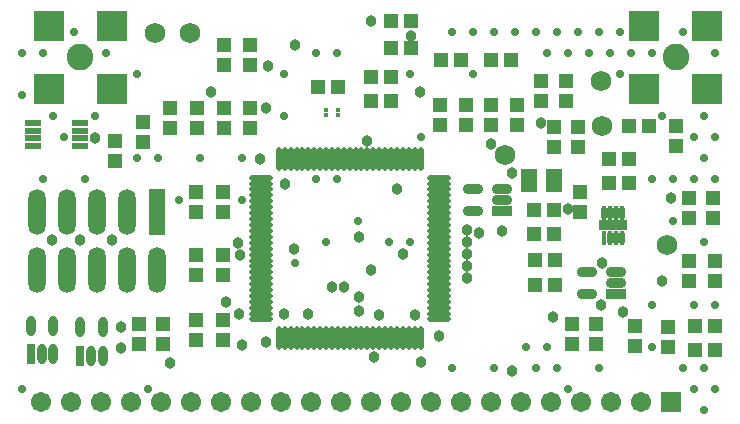
<source format=gts>
%FSTAX23Y23*%
%MOIN*%
%SFA1B1*%

%IPPOS*%
%ADD40R,0.047362X0.051299*%
%ADD41R,0.051299X0.047362*%
%ADD42R,0.057992X0.152874*%
%ADD43O,0.057992X0.152874*%
%ADD44O,0.067047X0.035551*%
%ADD45R,0.067047X0.035551*%
%ADD46O,0.019803X0.078858*%
%ADD47O,0.078858X0.019803*%
%ADD48R,0.055236X0.021772*%
%ADD49C,0.088701*%
%ADD50R,0.104055X0.104055*%
%ADD51R,0.031614X0.067047*%
%ADD52O,0.031614X0.067047*%
%ADD53R,0.053268X0.025709*%
%ADD54C,0.017835*%
%ADD55R,0.094606X0.032008*%
%ADD56R,0.017835X0.047362*%
%ADD57O,0.017835X0.047362*%
%ADD58C,0.037992*%
%ADD59C,0.067992*%
%ADD60R,0.067047X0.067047*%
%ADD61C,0.067047*%
%ADD62C,0.027992*%
%LNbackscatter_tag_pcb-1*%
%LPD*%
G54D40*
X0381Y03195D03*
Y03128D03*
X02665Y02825D03*
Y02758D03*
X02575Y0255D03*
Y02616D03*
X02755Y03106D03*
Y0304D03*
X0422Y02595D03*
Y02528D03*
X04305Y02596D03*
Y0253D03*
X0267Y03106D03*
Y0304D03*
X0339Y03115D03*
Y03048D03*
X02305Y02928D03*
Y02995D03*
X0356Y03115D03*
Y03048D03*
X02575Y02825D03*
Y02758D03*
X043Y02738D03*
Y02805D03*
X03645Y03115D03*
Y03048D03*
X0258Y03105D03*
Y03038D03*
X02665Y0255D03*
Y02616D03*
X03475Y03115D03*
Y03048D03*
X0249Y03106D03*
Y0304D03*
X03725Y03195D03*
Y03128D03*
X02755Y03315D03*
Y03248D03*
X0267Y03315D03*
Y03248D03*
X0422Y02738D03*
Y02805D03*
X0383Y0232D03*
Y02386D03*
X0391Y0232D03*
Y02386D03*
X0404Y02313D03*
Y0238D03*
X024Y0306D03*
Y02993D03*
X02465Y02318D03*
Y02385D03*
X0415Y0231D03*
Y02376D03*
X02385Y02318D03*
Y02385D03*
X02665Y02333D03*
Y024D03*
X02575Y02333D03*
Y024D03*
X03855Y02825D03*
Y02758D03*
X04175Y02978D03*
Y03045D03*
X0385Y02975D03*
Y03041D03*
X0377Y02975D03*
Y03041D03*
G54D41*
X04305Y0238D03*
X04238D03*
X03225Y0313D03*
X03158D03*
X03225Y0321D03*
X03158D03*
X03626Y03265D03*
X0356D03*
X03393D03*
X0346D03*
X04306Y023D03*
X0424D03*
X03291Y03305D03*
X03225D03*
Y03395D03*
X03291D03*
X02983Y03175D03*
X0305D03*
X04018Y03045D03*
X04085D03*
X03703Y02765D03*
X0377D03*
X03703Y02685D03*
X0377D03*
X03953Y02935D03*
X0402D03*
X03953Y02855D03*
X0402D03*
X03705Y026D03*
X03771D03*
X03705Y02515D03*
X03771D03*
G54D42*
X02445Y02759D03*
G54D43*
X02345Y02759D03*
X02245D03*
X02145D03*
X02045D03*
X02445Y02565D03*
X02345D03*
X02245D03*
X02145D03*
X02045D03*
G54D44*
X0388Y02559D03*
Y02485D03*
X03974Y02559D03*
Y02522D03*
X035Y02837D03*
Y02762D03*
X03595Y02837D03*
Y028D03*
G54D45*
X03974Y02485D03*
X03595Y02762D03*
G54D46*
X03324Y02934D03*
X03304D03*
X03285D03*
X03265D03*
X03245D03*
X03226D03*
X03206D03*
X03186D03*
X03167D03*
X03147D03*
X03127D03*
X03108D03*
X03088D03*
X03068D03*
X03049D03*
X03029D03*
X03009D03*
X0299D03*
X0297D03*
X0295D03*
X0293D03*
X02911D03*
X02891D03*
X02871D03*
X02852D03*
Y0234D03*
X02871D03*
X02891D03*
X02911D03*
X0293D03*
X0295D03*
X0297D03*
X0299D03*
X03009D03*
X03029D03*
X03049D03*
X03068D03*
X03088D03*
X03108D03*
X03127D03*
X03147D03*
X03167D03*
X03186D03*
X03206D03*
X03226D03*
X03245D03*
X03265D03*
X03285D03*
X03304D03*
X03324D03*
G54D47*
X02791Y02873D03*
Y02853D03*
Y02834D03*
Y02814D03*
Y02794D03*
Y02775D03*
Y02755D03*
Y02735D03*
Y02715D03*
Y02696D03*
Y02676D03*
Y02656D03*
Y02637D03*
Y02617D03*
Y02597D03*
Y02578D03*
Y02558D03*
Y02538D03*
Y02519D03*
Y02499D03*
Y02479D03*
Y0246D03*
Y0244D03*
Y0242D03*
Y02401D03*
X03385D03*
Y0242D03*
Y0244D03*
Y0246D03*
Y02479D03*
Y02499D03*
Y02519D03*
Y02538D03*
Y02558D03*
Y02578D03*
Y02597D03*
Y02617D03*
Y02637D03*
Y02656D03*
Y02676D03*
Y02696D03*
Y02715D03*
Y02735D03*
Y02755D03*
Y02775D03*
Y02794D03*
Y02814D03*
Y02834D03*
Y02853D03*
Y02873D03*
G54D48*
X02032Y03055D03*
Y0303D03*
Y03004D03*
Y02978D03*
X0219Y03055D03*
Y0303D03*
Y03004D03*
Y02978D03*
G54D49*
X0219Y03275D03*
X04175D03*
G54D50*
X02294Y0317D03*
Y0338D03*
X02085Y0317D03*
Y0338D03*
X04279Y0317D03*
Y0338D03*
X0407Y0317D03*
Y0338D03*
G54D51*
X02025Y02285D03*
X0219Y0228D03*
G54D52*
X02062Y02285D03*
X021D03*
X02025Y0238D03*
X021D03*
X02227Y0228D03*
X02264D03*
X0219Y02375D03*
X02264D03*
G54D53*
X03685Y0289D03*
Y02864D03*
Y02838D03*
X0377D03*
Y02864D03*
Y0289D03*
G54D54*
X0301Y03083D03*
X03049D03*
X0301Y031D03*
X03049D03*
G54D55*
X03965Y02715D03*
G54D56*
X03935Y02672D03*
G54D57*
X03954Y02672D03*
X03974D03*
X03994D03*
X03935Y02757D03*
X03954D03*
X03974D03*
X03994D03*
G54D58*
X0273Y02315D03*
X02905Y03315D03*
X0363Y0223D03*
X03725Y03055D03*
X0348Y027D03*
X02815Y03245D03*
X02872Y02852D03*
X0413Y0253D03*
X0287Y0242D03*
X0295D03*
X03765Y0241D03*
X03186Y02416D03*
X04Y02425D03*
X03305Y02415D03*
X0348Y0254D03*
Y0258D03*
Y0262D03*
X03147Y02995D03*
X0316Y03395D03*
X03245Y02835D03*
X0224Y03004D03*
X0416Y02805D03*
X02095Y02665D03*
X0219D03*
X02295D03*
X02675Y0246D03*
X0272Y0242D03*
X0249Y02255D03*
X02325Y02375D03*
X02625Y0316D03*
X02717Y02657D03*
X02722Y02617D03*
X03322Y0316D03*
X0356Y02985D03*
X0316Y02565D03*
X03385Y02345D03*
X03265Y0262D03*
X0279Y02934D03*
X03291Y03346D03*
X0281Y02325D03*
X0317Y02275D03*
X02325Y02305D03*
X02902Y02637D03*
X03325Y0226D03*
X0348Y0266D03*
X0312Y02475D03*
X0303Y0251D03*
X0307D03*
X0312Y0243D03*
X0393Y0259D03*
X03925Y0245D03*
X0363Y0289D03*
X03595Y02695D03*
X0312Y02675D03*
X03815Y0277D03*
X0352Y0269D03*
X0281Y03106D03*
G54D59*
X04145Y0265D03*
X0244Y03355D03*
X02555D03*
X0393Y03045D03*
X03925Y03195D03*
X03605Y02948D03*
G54D60*
X0416Y02125D03*
G54D61*
X0406Y02125D03*
X0396D03*
X0386D03*
X0376D03*
X0366D03*
X0356D03*
X0346D03*
X0336D03*
X0326D03*
X0316D03*
X0306D03*
X0296D03*
X0286D03*
X0276D03*
X0266D03*
X0256D03*
X0246D03*
X0236D03*
X0226D03*
X0216D03*
X0206D03*
G54D62*
X04305Y0329D03*
X0427Y0308D03*
X04305Y0301D03*
X0427Y0294D03*
X04305Y0287D03*
X0427Y0266D03*
X04305Y0245D03*
X0427Y0224D03*
X04305Y0217D03*
X0427Y021D03*
X042Y0336D03*
X04235Y0301D03*
Y0287D03*
Y0245D03*
X042Y0224D03*
X04235Y0217D03*
X0413Y0308D03*
X04165Y0287D03*
Y0273D03*
X04095Y0329D03*
Y0287D03*
Y0245D03*
Y0231D03*
X0399Y0336D03*
X04025Y0329D03*
X0399Y0322D03*
X0392Y0336D03*
X03955Y0329D03*
X0392Y0224D03*
X0385Y0336D03*
X03885Y0329D03*
X0378Y0336D03*
X03815Y0329D03*
X0378Y0224D03*
X03815Y0217D03*
X0371Y0336D03*
X03745Y0329D03*
Y0231D03*
X0371Y0224D03*
X0364Y0336D03*
X03675Y0231D03*
X0357Y0336D03*
Y0224D03*
X035Y0336D03*
Y0322D03*
X0343Y0336D03*
Y0224D03*
X0329Y0322D03*
X03325Y0301D03*
X0329Y0266D03*
X0322D03*
X03115Y0273D03*
X03045Y0329D03*
Y0287D03*
X0301Y0266D03*
X02975Y0329D03*
Y0287D03*
X0287Y0322D03*
Y0308D03*
X02905Y0259D03*
X0273Y0294D03*
Y028D03*
X0259Y0294D03*
X0252Y028D03*
X0245Y0294D03*
X0238Y0322D03*
Y0294D03*
X02415Y0217D03*
X02275Y0329D03*
X0224Y0308D03*
X0217Y0336D03*
X02205Y0287D03*
X021Y0308D03*
X02135Y0301D03*
X02065Y0329D03*
Y0287D03*
X01995Y0329D03*
Y0315D03*
Y0217D03*
M02*
</source>
